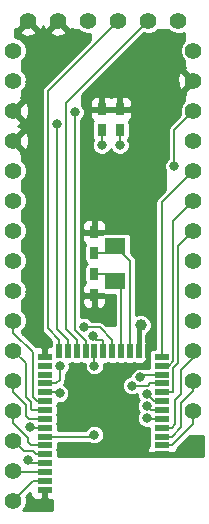
<source format=gtl>
G04 #@! TF.FileFunction,Copper,L1,Top,Signal*
%FSLAX46Y46*%
G04 Gerber Fmt 4.6, Leading zero omitted, Abs format (unit mm)*
G04 Created by KiCad (PCBNEW 4.0.7) date 01/05/18 23:13:41*
%MOMM*%
%LPD*%
G01*
G04 APERTURE LIST*
%ADD10C,0.100000*%
%ADD11C,0.800000*%
%ADD12R,0.500000X1.300000*%
%ADD13R,1.300000X0.500000*%
%ADD14R,1.800000X1.450000*%
%ADD15C,1.400000*%
%ADD16R,0.800000X1.000000*%
%ADD17C,1.000000*%
%ADD18C,0.200000*%
%ADD19C,0.400000*%
%ADD20C,0.254000*%
G04 APERTURE END LIST*
D10*
D11*
X135255000Y-126492000D03*
X133985000Y-124460000D03*
X135255000Y-122174000D03*
X138557000Y-105029000D03*
X135001000Y-104394000D03*
X130302000Y-95377000D03*
X140843000Y-94234000D03*
X133477000Y-93218000D03*
X130429000Y-131064000D03*
X131572000Y-130937000D03*
X134366000Y-119634000D03*
X130302000Y-113157000D03*
X130810000Y-101092000D03*
X130810000Y-98806000D03*
X130810000Y-103378000D03*
X135001000Y-101473000D03*
X135128000Y-98679000D03*
X135890000Y-96139000D03*
X132080000Y-94615000D03*
X130556000Y-92964000D03*
X134874000Y-91694000D03*
X137414000Y-94361000D03*
X138684000Y-102870000D03*
X139446000Y-100330000D03*
X136271000Y-106426000D03*
X138557000Y-107569000D03*
X143129000Y-126619000D03*
X135636000Y-124079000D03*
X136652000Y-120142000D03*
X137922000Y-121793000D03*
X133604000Y-120650000D03*
X144272000Y-125730000D03*
X139065000Y-123317000D03*
X137033000Y-125857000D03*
X133096000Y-126492000D03*
X139954000Y-125095000D03*
X139954000Y-126619000D03*
X139446000Y-92710000D03*
X140589000Y-96647000D03*
X140970000Y-91567000D03*
D12*
X132775000Y-118130000D03*
X133525000Y-118130000D03*
X134275000Y-118130000D03*
X135025000Y-118130000D03*
X135775000Y-118130000D03*
X136525000Y-118130000D03*
X137275000Y-118130000D03*
X138025000Y-118130000D03*
X138775000Y-118130000D03*
X139525000Y-118130000D03*
X140275000Y-118130000D03*
D13*
X141475000Y-118630000D03*
X141475000Y-119380000D03*
X141475000Y-120130000D03*
X141475000Y-120880000D03*
X141475000Y-121630000D03*
X141475000Y-122380000D03*
X141475000Y-123130000D03*
X141475000Y-123880000D03*
X141475000Y-124630000D03*
X141475000Y-125380000D03*
X141475000Y-126130000D03*
X141475000Y-126880000D03*
X131575000Y-118630000D03*
X131575000Y-119380000D03*
X131575000Y-120130000D03*
X131575000Y-120880000D03*
X131575000Y-121630000D03*
X131575000Y-122380000D03*
X131575000Y-123130000D03*
X131575000Y-123880000D03*
X131575000Y-124630000D03*
X131575000Y-125380000D03*
X131575000Y-126130000D03*
X131575000Y-126880000D03*
X131575000Y-127630000D03*
X131575000Y-128380000D03*
X131575000Y-129880000D03*
X131575000Y-129130000D03*
D14*
X137541000Y-109269000D03*
X137541000Y-112219000D03*
D15*
X132715000Y-90170000D03*
X128905000Y-107950000D03*
X128905000Y-105410000D03*
X128905000Y-102870000D03*
X128905000Y-92710000D03*
X128905000Y-95250000D03*
X128905000Y-113030000D03*
X128905000Y-115570000D03*
X128905000Y-118110000D03*
X144145000Y-123190000D03*
X144145000Y-120650000D03*
X144145000Y-115570000D03*
X144145000Y-113030000D03*
X144145000Y-110490000D03*
X128905000Y-123190000D03*
X128905000Y-125730000D03*
X142875000Y-90170000D03*
X128905000Y-97790000D03*
X128905000Y-100330000D03*
X144145000Y-95250000D03*
X130175000Y-90170000D03*
X144145000Y-92710000D03*
X144145000Y-97790000D03*
X137795000Y-90170000D03*
X140335000Y-90170000D03*
X144145000Y-100330000D03*
X135255000Y-90170000D03*
X144145000Y-102870000D03*
X144145000Y-107950000D03*
X128905000Y-110490000D03*
X144145000Y-105410000D03*
X128905000Y-120650000D03*
X144145000Y-118110000D03*
X128905000Y-128270000D03*
X128905000Y-130810000D03*
D16*
X136398000Y-97652000D03*
X136398000Y-99452000D03*
X137922000Y-97652000D03*
X137922000Y-99452000D03*
X135763000Y-111622000D03*
X135763000Y-113422000D03*
X135763000Y-109866000D03*
X135763000Y-108066000D03*
D17*
X139700000Y-115940000D03*
D11*
X140208000Y-123825000D03*
X140208000Y-122809000D03*
X134874000Y-116078000D03*
X135628500Y-116875500D03*
X135775000Y-119382900D03*
X134112000Y-97917000D03*
X132588000Y-98933000D03*
X135763000Y-125222000D03*
X142532100Y-102489000D03*
X132829600Y-121731000D03*
X130302000Y-124587000D03*
X130175000Y-127381000D03*
X132852100Y-119412600D03*
X137922000Y-100711000D03*
X136398000Y-100711000D03*
X139646000Y-120365100D03*
X138924900Y-121065500D03*
X140208000Y-121793000D03*
D18*
X135763000Y-109866000D02*
X136944000Y-109866000D01*
X136944000Y-109866000D02*
X137541000Y-109269000D01*
X138775000Y-118130000D02*
X138775000Y-110503000D01*
X138775000Y-110503000D02*
X137541000Y-109269000D01*
X135763000Y-111622000D02*
X136944000Y-111622000D01*
X136944000Y-111622000D02*
X137541000Y-112219000D01*
X138025000Y-118130000D02*
X138025000Y-112703000D01*
X138025000Y-112703000D02*
X137541000Y-112219000D01*
D19*
X139525000Y-116115000D02*
X139700000Y-115940000D01*
X139525000Y-118130000D02*
X139525000Y-116115000D01*
D18*
X144145000Y-123190000D02*
X144145000Y-124333000D01*
X144145000Y-124333000D02*
X142348000Y-126130000D01*
X142348000Y-126130000D02*
X141475000Y-126130000D01*
X144145000Y-120650000D02*
X144145000Y-121539000D01*
X144145000Y-121539000D02*
X143129000Y-122555000D01*
X143129000Y-122555000D02*
X143129000Y-124587000D01*
X143129000Y-124587000D02*
X142336000Y-125380000D01*
X142336000Y-125380000D02*
X141475000Y-125380000D01*
X140208000Y-123825000D02*
X140263000Y-123880000D01*
X140263000Y-123880000D02*
X141475000Y-123880000D01*
X140208000Y-122809000D02*
X140529000Y-123130000D01*
X140529000Y-123130000D02*
X141475000Y-123130000D01*
X141475000Y-121630000D02*
X142425300Y-121630000D01*
X142425300Y-121630000D02*
X142425300Y-119570500D01*
X142425300Y-119570500D02*
X142825600Y-119170200D01*
X142825600Y-119170200D02*
X142825600Y-109269400D01*
X142825600Y-109269400D02*
X144145000Y-107950000D01*
X134874000Y-116078000D02*
X134928900Y-116132900D01*
X134928900Y-116132900D02*
X136228200Y-116132900D01*
X136228200Y-116132900D02*
X137275000Y-117179700D01*
X137275000Y-117179700D02*
X137275000Y-118130000D01*
X136525000Y-118130000D02*
X136525000Y-117179700D01*
X135932700Y-117179700D02*
X135628500Y-116875500D01*
X136525000Y-117179700D02*
X135932700Y-117179700D01*
X135775000Y-118130000D02*
X135775000Y-119382900D01*
X134112000Y-97917000D02*
X134112000Y-116349400D01*
X134112000Y-116349400D02*
X135025000Y-117262400D01*
X135025000Y-117262400D02*
X135025000Y-118130000D01*
X132588000Y-98933000D02*
X132588000Y-116242700D01*
X132588000Y-116242700D02*
X133525000Y-117179700D01*
X133525000Y-117179700D02*
X133525000Y-118130000D01*
X130817000Y-126880000D02*
X130556000Y-126619000D01*
X131575000Y-126880000D02*
X130817000Y-126880000D01*
X130556000Y-126619000D02*
X129794000Y-126619000D01*
X129794000Y-126619000D02*
X128905000Y-125730000D01*
X128905000Y-123190000D02*
X128905000Y-124206000D01*
X128905000Y-124206000D02*
X130175000Y-125476000D01*
X130175000Y-125476000D02*
X130175000Y-125857000D01*
X130175000Y-125857000D02*
X130448000Y-126130000D01*
X130448000Y-126130000D02*
X131575000Y-126130000D01*
X135763000Y-125222000D02*
X135605000Y-125380000D01*
X135605000Y-125380000D02*
X131575000Y-125380000D01*
X142532100Y-102489000D02*
X142540400Y-102480700D01*
X142540400Y-102480700D02*
X142540400Y-99394600D01*
X142540400Y-99394600D02*
X144145000Y-97790000D01*
X130496000Y-123130000D02*
X131575000Y-123130000D01*
X130405000Y-123039000D02*
X130496000Y-123130000D01*
X130405000Y-122500000D02*
X130405000Y-123039000D01*
X129955000Y-122050000D02*
X130405000Y-122500000D01*
X129955000Y-119160000D02*
X129955000Y-122050000D01*
X128905000Y-118110000D02*
X129955000Y-119160000D01*
X130922000Y-122380000D02*
X131575000Y-122380000D01*
X130556000Y-122014000D02*
X130922000Y-122380000D01*
X130556000Y-118237000D02*
X130556000Y-122014000D01*
X128905000Y-116586000D02*
X130556000Y-118237000D01*
X128905000Y-115570000D02*
X128905000Y-116586000D01*
X131575000Y-121630000D02*
X132525300Y-121630000D01*
X132626300Y-121731000D02*
X132525300Y-121630000D01*
X132829600Y-121731000D02*
X132626300Y-121731000D01*
X131575000Y-124630000D02*
X130345000Y-124630000D01*
X130345000Y-124630000D02*
X130302000Y-124587000D01*
X131575000Y-127630000D02*
X130424000Y-127630000D01*
X130424000Y-127630000D02*
X130175000Y-127381000D01*
X137795000Y-90170000D02*
X131826000Y-96139000D01*
X131826000Y-96139000D02*
X131826000Y-116230700D01*
X131826000Y-116230700D02*
X132775000Y-117179700D01*
X132775000Y-117179700D02*
X132775000Y-118130000D01*
X140335000Y-90170000D02*
X133350000Y-97155000D01*
X133350000Y-97155000D02*
X133350000Y-116254700D01*
X133350000Y-116254700D02*
X134275000Y-117179700D01*
X134275000Y-117179700D02*
X134275000Y-118130000D01*
X144132000Y-102883000D02*
X141475000Y-105540000D01*
X141475000Y-105540000D02*
X141475000Y-118630000D01*
X131575000Y-120880000D02*
X132525300Y-120880000D01*
X132852100Y-120553200D02*
X132852100Y-119412600D01*
X132525300Y-120880000D02*
X132852100Y-120553200D01*
X144145000Y-105410000D02*
X142425300Y-107129700D01*
X142425300Y-107129700D02*
X142425300Y-119004400D01*
X142425300Y-119004400D02*
X142049700Y-119380000D01*
X142049700Y-119380000D02*
X141475000Y-119380000D01*
X130230000Y-123880000D02*
X131575000Y-123880000D01*
X129955000Y-123605000D02*
X130230000Y-123880000D01*
X129955000Y-122686000D02*
X129955000Y-123605000D01*
X128905000Y-121636000D02*
X129955000Y-122686000D01*
X128905000Y-120650000D02*
X128905000Y-121636000D01*
X137922000Y-100711000D02*
X137922000Y-99452000D01*
X136398000Y-100711000D02*
X136398000Y-99452000D01*
X141475000Y-120130000D02*
X139881100Y-120130000D01*
X139881100Y-120130000D02*
X139646000Y-120365100D01*
X141475000Y-120880000D02*
X140524700Y-120880000D01*
X140339200Y-121065500D02*
X138924900Y-121065500D01*
X140524700Y-120880000D02*
X140339200Y-121065500D01*
X144145000Y-118110000D02*
X144145000Y-118745000D01*
X144145000Y-118745000D02*
X143129000Y-119761000D01*
X143129000Y-119761000D02*
X143129000Y-121793000D01*
X143129000Y-121793000D02*
X142621000Y-122301000D01*
X142621000Y-122301000D02*
X142621000Y-124333000D01*
X142621000Y-124333000D02*
X142324000Y-124630000D01*
X142324000Y-124630000D02*
X141475000Y-124630000D01*
X140208000Y-121793000D02*
X140795000Y-122380000D01*
X140795000Y-122380000D02*
X141475000Y-122380000D01*
X131575000Y-128380000D02*
X129015000Y-128380000D01*
X129015000Y-128380000D02*
X128905000Y-128270000D01*
X131575000Y-129130000D02*
X130585000Y-129130000D01*
X130585000Y-129130000D02*
X128905000Y-130810000D01*
D20*
G36*
X131722000Y-130005000D02*
X131702000Y-130005000D01*
X131702000Y-130606250D01*
X131860750Y-130765000D01*
X132198000Y-130765000D01*
X132198000Y-131603000D01*
X129705826Y-131603000D01*
X129859867Y-131449228D01*
X130031804Y-131035158D01*
X130032195Y-130586809D01*
X129985790Y-130474500D01*
X130290000Y-130170290D01*
X130290000Y-130256310D01*
X130386673Y-130489699D01*
X130565302Y-130668327D01*
X130798691Y-130765000D01*
X131289250Y-130765000D01*
X131448000Y-130606250D01*
X131448000Y-130005000D01*
X131428000Y-130005000D01*
X131428000Y-129815365D01*
X131722000Y-129815365D01*
X131722000Y-130005000D01*
X131722000Y-130005000D01*
G37*
X131722000Y-130005000D02*
X131702000Y-130005000D01*
X131702000Y-130606250D01*
X131860750Y-130765000D01*
X132198000Y-130765000D01*
X132198000Y-131603000D01*
X129705826Y-131603000D01*
X129859867Y-131449228D01*
X130031804Y-131035158D01*
X130032195Y-130586809D01*
X129985790Y-130474500D01*
X130290000Y-130170290D01*
X130290000Y-130256310D01*
X130386673Y-130489699D01*
X130565302Y-130668327D01*
X130798691Y-130765000D01*
X131289250Y-130765000D01*
X131448000Y-130606250D01*
X131448000Y-130005000D01*
X131428000Y-130005000D01*
X131428000Y-129815365D01*
X131722000Y-129815365D01*
X131722000Y-130005000D01*
G36*
X142235772Y-91124867D02*
X142649842Y-91296804D01*
X143098191Y-91297195D01*
X143383000Y-91179514D01*
X143383000Y-91878242D01*
X143190133Y-92070772D01*
X143018196Y-92484842D01*
X143017805Y-92933191D01*
X143189019Y-93347560D01*
X143383000Y-93541880D01*
X143383000Y-93980000D01*
X143391685Y-94026159D01*
X143418965Y-94068553D01*
X143448589Y-94088794D01*
X143389331Y-94314725D01*
X144145000Y-95070395D01*
X144159142Y-95056252D01*
X144338748Y-95235858D01*
X144324605Y-95250000D01*
X144338748Y-95264142D01*
X144159142Y-95443748D01*
X144145000Y-95429605D01*
X143389331Y-96185275D01*
X143448655Y-96411457D01*
X143421447Y-96428965D01*
X143393006Y-96470590D01*
X143383000Y-96520000D01*
X143383000Y-96958242D01*
X143190133Y-97150772D01*
X143018196Y-97564842D01*
X143017805Y-98013191D01*
X143064210Y-98125500D01*
X142167755Y-99021955D01*
X142053515Y-99192925D01*
X142017494Y-99374019D01*
X142013400Y-99394600D01*
X142013400Y-101838260D01*
X141831412Y-102019930D01*
X141705244Y-102323778D01*
X141704957Y-102652779D01*
X141735367Y-102726376D01*
X141732000Y-102743000D01*
X141732000Y-104537710D01*
X141102355Y-105167355D01*
X140988115Y-105338325D01*
X140988115Y-105338326D01*
X140948000Y-105540000D01*
X140948000Y-117944635D01*
X140825000Y-117944635D01*
X140666763Y-117974409D01*
X140521433Y-118067927D01*
X140423936Y-118210619D01*
X140389635Y-118380000D01*
X140389635Y-118880000D01*
X140414019Y-119009591D01*
X140389635Y-119130000D01*
X140389635Y-119603000D01*
X139967173Y-119603000D01*
X139811222Y-119538244D01*
X139482221Y-119537957D01*
X139178154Y-119663595D01*
X138945312Y-119896030D01*
X138819144Y-120199878D01*
X138819110Y-120238408D01*
X138761121Y-120238357D01*
X138457054Y-120363995D01*
X138224212Y-120596430D01*
X138098044Y-120900278D01*
X138097757Y-121229279D01*
X138223395Y-121533346D01*
X138455830Y-121766188D01*
X138759678Y-121892356D01*
X139088679Y-121892643D01*
X139381018Y-121771851D01*
X139380857Y-121956779D01*
X139506495Y-122260846D01*
X139546445Y-122300866D01*
X139507312Y-122339930D01*
X139381144Y-122643778D01*
X139380857Y-122972779D01*
X139506495Y-123276846D01*
X139546445Y-123316866D01*
X139507312Y-123355930D01*
X139381144Y-123659778D01*
X139380857Y-123988779D01*
X139506495Y-124292846D01*
X139738930Y-124525688D01*
X140042778Y-124651856D01*
X140371779Y-124652143D01*
X140389635Y-124644765D01*
X140389635Y-124880000D01*
X140414019Y-125009591D01*
X140389635Y-125130000D01*
X140389635Y-125630000D01*
X140414019Y-125759591D01*
X140389635Y-125880000D01*
X140389635Y-126167340D01*
X140286673Y-126270301D01*
X140190000Y-126503690D01*
X140190000Y-126596250D01*
X140348750Y-126755000D01*
X140617473Y-126755000D01*
X140655619Y-126781064D01*
X140825000Y-126815365D01*
X142125000Y-126815365D01*
X142283237Y-126785591D01*
X142330776Y-126755000D01*
X142601250Y-126755000D01*
X142760000Y-126596250D01*
X142760000Y-126503690D01*
X142748167Y-126475123D01*
X143874290Y-125349000D01*
X144938000Y-125349000D01*
X144938000Y-127053000D01*
X142649250Y-127053000D01*
X142601250Y-127005000D01*
X141602000Y-127005000D01*
X141602000Y-127027000D01*
X141348000Y-127027000D01*
X141348000Y-127005000D01*
X140348750Y-127005000D01*
X140300750Y-127053000D01*
X132660365Y-127053000D01*
X132660365Y-126630000D01*
X132635981Y-126500409D01*
X132660365Y-126380000D01*
X132660365Y-125907000D01*
X135278269Y-125907000D01*
X135293930Y-125922688D01*
X135597778Y-126048856D01*
X135926779Y-126049143D01*
X136230846Y-125923505D01*
X136463688Y-125691070D01*
X136589856Y-125387222D01*
X136590143Y-125058221D01*
X136464505Y-124754154D01*
X136232070Y-124521312D01*
X135928222Y-124395144D01*
X135599221Y-124394857D01*
X135295154Y-124520495D01*
X135062312Y-124752930D01*
X135020760Y-124853000D01*
X132660365Y-124853000D01*
X132660365Y-124380000D01*
X132635981Y-124250409D01*
X132660365Y-124130000D01*
X132660365Y-123630000D01*
X132635981Y-123500409D01*
X132660365Y-123380000D01*
X132660365Y-122880000D01*
X132635981Y-122750409D01*
X132660365Y-122630000D01*
X132660365Y-122556190D01*
X132664378Y-122557856D01*
X132993379Y-122558143D01*
X133297446Y-122432505D01*
X133530288Y-122200070D01*
X133656456Y-121896222D01*
X133656743Y-121567221D01*
X133531105Y-121263154D01*
X133298670Y-121030312D01*
X133172619Y-120977971D01*
X133224745Y-120925845D01*
X133338985Y-120754875D01*
X133379100Y-120553200D01*
X133379100Y-120055054D01*
X133552788Y-119881670D01*
X133678956Y-119577822D01*
X133679243Y-119248821D01*
X133665419Y-119215365D01*
X133775000Y-119215365D01*
X133904591Y-119190981D01*
X134025000Y-119215365D01*
X134525000Y-119215365D01*
X134654591Y-119190981D01*
X134775000Y-119215365D01*
X134949104Y-119215365D01*
X134948144Y-119217678D01*
X134947857Y-119546679D01*
X135073495Y-119850746D01*
X135305930Y-120083588D01*
X135609778Y-120209756D01*
X135938779Y-120210043D01*
X136242846Y-120084405D01*
X136475688Y-119851970D01*
X136601856Y-119548122D01*
X136602143Y-119219121D01*
X136600591Y-119215365D01*
X136775000Y-119215365D01*
X136904591Y-119190981D01*
X137025000Y-119215365D01*
X137525000Y-119215365D01*
X137654591Y-119190981D01*
X137775000Y-119215365D01*
X138275000Y-119215365D01*
X138404591Y-119190981D01*
X138525000Y-119215365D01*
X139025000Y-119215365D01*
X139154591Y-119190981D01*
X139275000Y-119215365D01*
X139775000Y-119215365D01*
X139933237Y-119185591D01*
X140078567Y-119092073D01*
X140176064Y-118949381D01*
X140210365Y-118780000D01*
X140210365Y-117480000D01*
X140180591Y-117321763D01*
X140152000Y-117277332D01*
X140152000Y-116756253D01*
X140224417Y-116726331D01*
X140485414Y-116465789D01*
X140626839Y-116125201D01*
X140627161Y-115756417D01*
X140486331Y-115415583D01*
X140225789Y-115154586D01*
X139885201Y-115013161D01*
X139516417Y-115012839D01*
X139302000Y-115101434D01*
X139302000Y-110503000D01*
X139261885Y-110301326D01*
X139259373Y-110297567D01*
X139147646Y-110130355D01*
X138876365Y-109859074D01*
X138876365Y-108544000D01*
X138846591Y-108385763D01*
X138753073Y-108240433D01*
X138610381Y-108142936D01*
X138441000Y-108108635D01*
X136641000Y-108108635D01*
X136482763Y-108138409D01*
X136397927Y-108193000D01*
X135890000Y-108193000D01*
X135890000Y-108213000D01*
X135636000Y-108213000D01*
X135636000Y-108193000D01*
X134886750Y-108193000D01*
X134728000Y-108351750D01*
X134728000Y-108692309D01*
X134824673Y-108925698D01*
X135003301Y-109104327D01*
X135020211Y-109111331D01*
X134961936Y-109196619D01*
X134927635Y-109366000D01*
X134927635Y-110366000D01*
X134957409Y-110524237D01*
X135050927Y-110669567D01*
X135160844Y-110744670D01*
X135059433Y-110809927D01*
X134961936Y-110952619D01*
X134927635Y-111122000D01*
X134927635Y-112122000D01*
X134957409Y-112280237D01*
X135019619Y-112376914D01*
X135003301Y-112383673D01*
X134824673Y-112562302D01*
X134728000Y-112795691D01*
X134728000Y-113136250D01*
X134886750Y-113295000D01*
X135636000Y-113295000D01*
X135636000Y-113275000D01*
X135890000Y-113275000D01*
X135890000Y-113295000D01*
X136398348Y-113295000D01*
X136471619Y-113345064D01*
X136641000Y-113379365D01*
X137498000Y-113379365D01*
X137498000Y-115951000D01*
X136791590Y-115951000D01*
X136600845Y-115760255D01*
X136429875Y-115646015D01*
X136228200Y-115605900D01*
X135571258Y-115605900D01*
X135343070Y-115377312D01*
X135039222Y-115251144D01*
X134710221Y-115250857D01*
X134639000Y-115280285D01*
X134639000Y-113707750D01*
X134728000Y-113707750D01*
X134728000Y-114048309D01*
X134824673Y-114281698D01*
X135003301Y-114460327D01*
X135236690Y-114557000D01*
X135477250Y-114557000D01*
X135636000Y-114398250D01*
X135636000Y-113549000D01*
X135890000Y-113549000D01*
X135890000Y-114398250D01*
X136048750Y-114557000D01*
X136289310Y-114557000D01*
X136522699Y-114460327D01*
X136701327Y-114281698D01*
X136798000Y-114048309D01*
X136798000Y-113707750D01*
X136639250Y-113549000D01*
X135890000Y-113549000D01*
X135636000Y-113549000D01*
X134886750Y-113549000D01*
X134728000Y-113707750D01*
X134639000Y-113707750D01*
X134639000Y-107439691D01*
X134728000Y-107439691D01*
X134728000Y-107780250D01*
X134886750Y-107939000D01*
X135636000Y-107939000D01*
X135636000Y-107089750D01*
X135890000Y-107089750D01*
X135890000Y-107939000D01*
X136639250Y-107939000D01*
X136798000Y-107780250D01*
X136798000Y-107439691D01*
X136701327Y-107206302D01*
X136522699Y-107027673D01*
X136289310Y-106931000D01*
X136048750Y-106931000D01*
X135890000Y-107089750D01*
X135636000Y-107089750D01*
X135477250Y-106931000D01*
X135236690Y-106931000D01*
X135003301Y-107027673D01*
X134824673Y-107206302D01*
X134728000Y-107439691D01*
X134639000Y-107439691D01*
X134639000Y-98559454D01*
X134812688Y-98386070D01*
X134938856Y-98082222D01*
X134938982Y-97937750D01*
X135363000Y-97937750D01*
X135363000Y-98278309D01*
X135459673Y-98511698D01*
X135638301Y-98690327D01*
X135655211Y-98697331D01*
X135596936Y-98782619D01*
X135562635Y-98952000D01*
X135562635Y-99952000D01*
X135592409Y-100110237D01*
X135685927Y-100255567D01*
X135690385Y-100258613D01*
X135571144Y-100545778D01*
X135570857Y-100874779D01*
X135696495Y-101178846D01*
X135928930Y-101411688D01*
X136232778Y-101537856D01*
X136561779Y-101538143D01*
X136865846Y-101412505D01*
X137098688Y-101180070D01*
X137159995Y-101032425D01*
X137220495Y-101178846D01*
X137452930Y-101411688D01*
X137756778Y-101537856D01*
X138085779Y-101538143D01*
X138389846Y-101412505D01*
X138622688Y-101180070D01*
X138748856Y-100876222D01*
X138749143Y-100547221D01*
X138629668Y-100258070D01*
X138723064Y-100121381D01*
X138757365Y-99952000D01*
X138757365Y-98952000D01*
X138727591Y-98793763D01*
X138665381Y-98697086D01*
X138681699Y-98690327D01*
X138860327Y-98511698D01*
X138957000Y-98278309D01*
X138957000Y-97937750D01*
X138798250Y-97779000D01*
X138049000Y-97779000D01*
X138049000Y-97799000D01*
X137795000Y-97799000D01*
X137795000Y-97779000D01*
X136525000Y-97779000D01*
X136525000Y-97799000D01*
X136271000Y-97799000D01*
X136271000Y-97779000D01*
X135521750Y-97779000D01*
X135363000Y-97937750D01*
X134938982Y-97937750D01*
X134939143Y-97753221D01*
X134813505Y-97449154D01*
X134747000Y-97382533D01*
X134747000Y-97025691D01*
X135363000Y-97025691D01*
X135363000Y-97366250D01*
X135521750Y-97525000D01*
X136271000Y-97525000D01*
X136271000Y-96675750D01*
X136525000Y-96675750D01*
X136525000Y-97525000D01*
X137795000Y-97525000D01*
X137795000Y-96675750D01*
X138049000Y-96675750D01*
X138049000Y-97525000D01*
X138798250Y-97525000D01*
X138957000Y-97366250D01*
X138957000Y-97025691D01*
X138860327Y-96792302D01*
X138681699Y-96613673D01*
X138448310Y-96517000D01*
X138207750Y-96517000D01*
X138049000Y-96675750D01*
X137795000Y-96675750D01*
X137636250Y-96517000D01*
X137395690Y-96517000D01*
X137162301Y-96613673D01*
X137160000Y-96615974D01*
X137157699Y-96613673D01*
X136924310Y-96517000D01*
X136683750Y-96517000D01*
X136525000Y-96675750D01*
X136271000Y-96675750D01*
X136112250Y-96517000D01*
X135871690Y-96517000D01*
X135638301Y-96613673D01*
X135459673Y-96792302D01*
X135363000Y-97025691D01*
X134747000Y-97025691D01*
X134747000Y-96503290D01*
X136193168Y-95057122D01*
X142797581Y-95057122D01*
X142826336Y-95587440D01*
X142973958Y-95943831D01*
X143209725Y-96005669D01*
X143965395Y-95250000D01*
X143209725Y-94494331D01*
X142973958Y-94556169D01*
X142797581Y-95057122D01*
X136193168Y-95057122D01*
X139999362Y-91250928D01*
X140109842Y-91296804D01*
X140558191Y-91297195D01*
X140972560Y-91125981D01*
X141166880Y-90932000D01*
X142043242Y-90932000D01*
X142235772Y-91124867D01*
X142235772Y-91124867D01*
G37*
X142235772Y-91124867D02*
X142649842Y-91296804D01*
X143098191Y-91297195D01*
X143383000Y-91179514D01*
X143383000Y-91878242D01*
X143190133Y-92070772D01*
X143018196Y-92484842D01*
X143017805Y-92933191D01*
X143189019Y-93347560D01*
X143383000Y-93541880D01*
X143383000Y-93980000D01*
X143391685Y-94026159D01*
X143418965Y-94068553D01*
X143448589Y-94088794D01*
X143389331Y-94314725D01*
X144145000Y-95070395D01*
X144159142Y-95056252D01*
X144338748Y-95235858D01*
X144324605Y-95250000D01*
X144338748Y-95264142D01*
X144159142Y-95443748D01*
X144145000Y-95429605D01*
X143389331Y-96185275D01*
X143448655Y-96411457D01*
X143421447Y-96428965D01*
X143393006Y-96470590D01*
X143383000Y-96520000D01*
X143383000Y-96958242D01*
X143190133Y-97150772D01*
X143018196Y-97564842D01*
X143017805Y-98013191D01*
X143064210Y-98125500D01*
X142167755Y-99021955D01*
X142053515Y-99192925D01*
X142017494Y-99374019D01*
X142013400Y-99394600D01*
X142013400Y-101838260D01*
X141831412Y-102019930D01*
X141705244Y-102323778D01*
X141704957Y-102652779D01*
X141735367Y-102726376D01*
X141732000Y-102743000D01*
X141732000Y-104537710D01*
X141102355Y-105167355D01*
X140988115Y-105338325D01*
X140988115Y-105338326D01*
X140948000Y-105540000D01*
X140948000Y-117944635D01*
X140825000Y-117944635D01*
X140666763Y-117974409D01*
X140521433Y-118067927D01*
X140423936Y-118210619D01*
X140389635Y-118380000D01*
X140389635Y-118880000D01*
X140414019Y-119009591D01*
X140389635Y-119130000D01*
X140389635Y-119603000D01*
X139967173Y-119603000D01*
X139811222Y-119538244D01*
X139482221Y-119537957D01*
X139178154Y-119663595D01*
X138945312Y-119896030D01*
X138819144Y-120199878D01*
X138819110Y-120238408D01*
X138761121Y-120238357D01*
X138457054Y-120363995D01*
X138224212Y-120596430D01*
X138098044Y-120900278D01*
X138097757Y-121229279D01*
X138223395Y-121533346D01*
X138455830Y-121766188D01*
X138759678Y-121892356D01*
X139088679Y-121892643D01*
X139381018Y-121771851D01*
X139380857Y-121956779D01*
X139506495Y-122260846D01*
X139546445Y-122300866D01*
X139507312Y-122339930D01*
X139381144Y-122643778D01*
X139380857Y-122972779D01*
X139506495Y-123276846D01*
X139546445Y-123316866D01*
X139507312Y-123355930D01*
X139381144Y-123659778D01*
X139380857Y-123988779D01*
X139506495Y-124292846D01*
X139738930Y-124525688D01*
X140042778Y-124651856D01*
X140371779Y-124652143D01*
X140389635Y-124644765D01*
X140389635Y-124880000D01*
X140414019Y-125009591D01*
X140389635Y-125130000D01*
X140389635Y-125630000D01*
X140414019Y-125759591D01*
X140389635Y-125880000D01*
X140389635Y-126167340D01*
X140286673Y-126270301D01*
X140190000Y-126503690D01*
X140190000Y-126596250D01*
X140348750Y-126755000D01*
X140617473Y-126755000D01*
X140655619Y-126781064D01*
X140825000Y-126815365D01*
X142125000Y-126815365D01*
X142283237Y-126785591D01*
X142330776Y-126755000D01*
X142601250Y-126755000D01*
X142760000Y-126596250D01*
X142760000Y-126503690D01*
X142748167Y-126475123D01*
X143874290Y-125349000D01*
X144938000Y-125349000D01*
X144938000Y-127053000D01*
X142649250Y-127053000D01*
X142601250Y-127005000D01*
X141602000Y-127005000D01*
X141602000Y-127027000D01*
X141348000Y-127027000D01*
X141348000Y-127005000D01*
X140348750Y-127005000D01*
X140300750Y-127053000D01*
X132660365Y-127053000D01*
X132660365Y-126630000D01*
X132635981Y-126500409D01*
X132660365Y-126380000D01*
X132660365Y-125907000D01*
X135278269Y-125907000D01*
X135293930Y-125922688D01*
X135597778Y-126048856D01*
X135926779Y-126049143D01*
X136230846Y-125923505D01*
X136463688Y-125691070D01*
X136589856Y-125387222D01*
X136590143Y-125058221D01*
X136464505Y-124754154D01*
X136232070Y-124521312D01*
X135928222Y-124395144D01*
X135599221Y-124394857D01*
X135295154Y-124520495D01*
X135062312Y-124752930D01*
X135020760Y-124853000D01*
X132660365Y-124853000D01*
X132660365Y-124380000D01*
X132635981Y-124250409D01*
X132660365Y-124130000D01*
X132660365Y-123630000D01*
X132635981Y-123500409D01*
X132660365Y-123380000D01*
X132660365Y-122880000D01*
X132635981Y-122750409D01*
X132660365Y-122630000D01*
X132660365Y-122556190D01*
X132664378Y-122557856D01*
X132993379Y-122558143D01*
X133297446Y-122432505D01*
X133530288Y-122200070D01*
X133656456Y-121896222D01*
X133656743Y-121567221D01*
X133531105Y-121263154D01*
X133298670Y-121030312D01*
X133172619Y-120977971D01*
X133224745Y-120925845D01*
X133338985Y-120754875D01*
X133379100Y-120553200D01*
X133379100Y-120055054D01*
X133552788Y-119881670D01*
X133678956Y-119577822D01*
X133679243Y-119248821D01*
X133665419Y-119215365D01*
X133775000Y-119215365D01*
X133904591Y-119190981D01*
X134025000Y-119215365D01*
X134525000Y-119215365D01*
X134654591Y-119190981D01*
X134775000Y-119215365D01*
X134949104Y-119215365D01*
X134948144Y-119217678D01*
X134947857Y-119546679D01*
X135073495Y-119850746D01*
X135305930Y-120083588D01*
X135609778Y-120209756D01*
X135938779Y-120210043D01*
X136242846Y-120084405D01*
X136475688Y-119851970D01*
X136601856Y-119548122D01*
X136602143Y-119219121D01*
X136600591Y-119215365D01*
X136775000Y-119215365D01*
X136904591Y-119190981D01*
X137025000Y-119215365D01*
X137525000Y-119215365D01*
X137654591Y-119190981D01*
X137775000Y-119215365D01*
X138275000Y-119215365D01*
X138404591Y-119190981D01*
X138525000Y-119215365D01*
X139025000Y-119215365D01*
X139154591Y-119190981D01*
X139275000Y-119215365D01*
X139775000Y-119215365D01*
X139933237Y-119185591D01*
X140078567Y-119092073D01*
X140176064Y-118949381D01*
X140210365Y-118780000D01*
X140210365Y-117480000D01*
X140180591Y-117321763D01*
X140152000Y-117277332D01*
X140152000Y-116756253D01*
X140224417Y-116726331D01*
X140485414Y-116465789D01*
X140626839Y-116125201D01*
X140627161Y-115756417D01*
X140486331Y-115415583D01*
X140225789Y-115154586D01*
X139885201Y-115013161D01*
X139516417Y-115012839D01*
X139302000Y-115101434D01*
X139302000Y-110503000D01*
X139261885Y-110301326D01*
X139259373Y-110297567D01*
X139147646Y-110130355D01*
X138876365Y-109859074D01*
X138876365Y-108544000D01*
X138846591Y-108385763D01*
X138753073Y-108240433D01*
X138610381Y-108142936D01*
X138441000Y-108108635D01*
X136641000Y-108108635D01*
X136482763Y-108138409D01*
X136397927Y-108193000D01*
X135890000Y-108193000D01*
X135890000Y-108213000D01*
X135636000Y-108213000D01*
X135636000Y-108193000D01*
X134886750Y-108193000D01*
X134728000Y-108351750D01*
X134728000Y-108692309D01*
X134824673Y-108925698D01*
X135003301Y-109104327D01*
X135020211Y-109111331D01*
X134961936Y-109196619D01*
X134927635Y-109366000D01*
X134927635Y-110366000D01*
X134957409Y-110524237D01*
X135050927Y-110669567D01*
X135160844Y-110744670D01*
X135059433Y-110809927D01*
X134961936Y-110952619D01*
X134927635Y-111122000D01*
X134927635Y-112122000D01*
X134957409Y-112280237D01*
X135019619Y-112376914D01*
X135003301Y-112383673D01*
X134824673Y-112562302D01*
X134728000Y-112795691D01*
X134728000Y-113136250D01*
X134886750Y-113295000D01*
X135636000Y-113295000D01*
X135636000Y-113275000D01*
X135890000Y-113275000D01*
X135890000Y-113295000D01*
X136398348Y-113295000D01*
X136471619Y-113345064D01*
X136641000Y-113379365D01*
X137498000Y-113379365D01*
X137498000Y-115951000D01*
X136791590Y-115951000D01*
X136600845Y-115760255D01*
X136429875Y-115646015D01*
X136228200Y-115605900D01*
X135571258Y-115605900D01*
X135343070Y-115377312D01*
X135039222Y-115251144D01*
X134710221Y-115250857D01*
X134639000Y-115280285D01*
X134639000Y-113707750D01*
X134728000Y-113707750D01*
X134728000Y-114048309D01*
X134824673Y-114281698D01*
X135003301Y-114460327D01*
X135236690Y-114557000D01*
X135477250Y-114557000D01*
X135636000Y-114398250D01*
X135636000Y-113549000D01*
X135890000Y-113549000D01*
X135890000Y-114398250D01*
X136048750Y-114557000D01*
X136289310Y-114557000D01*
X136522699Y-114460327D01*
X136701327Y-114281698D01*
X136798000Y-114048309D01*
X136798000Y-113707750D01*
X136639250Y-113549000D01*
X135890000Y-113549000D01*
X135636000Y-113549000D01*
X134886750Y-113549000D01*
X134728000Y-113707750D01*
X134639000Y-113707750D01*
X134639000Y-107439691D01*
X134728000Y-107439691D01*
X134728000Y-107780250D01*
X134886750Y-107939000D01*
X135636000Y-107939000D01*
X135636000Y-107089750D01*
X135890000Y-107089750D01*
X135890000Y-107939000D01*
X136639250Y-107939000D01*
X136798000Y-107780250D01*
X136798000Y-107439691D01*
X136701327Y-107206302D01*
X136522699Y-107027673D01*
X136289310Y-106931000D01*
X136048750Y-106931000D01*
X135890000Y-107089750D01*
X135636000Y-107089750D01*
X135477250Y-106931000D01*
X135236690Y-106931000D01*
X135003301Y-107027673D01*
X134824673Y-107206302D01*
X134728000Y-107439691D01*
X134639000Y-107439691D01*
X134639000Y-98559454D01*
X134812688Y-98386070D01*
X134938856Y-98082222D01*
X134938982Y-97937750D01*
X135363000Y-97937750D01*
X135363000Y-98278309D01*
X135459673Y-98511698D01*
X135638301Y-98690327D01*
X135655211Y-98697331D01*
X135596936Y-98782619D01*
X135562635Y-98952000D01*
X135562635Y-99952000D01*
X135592409Y-100110237D01*
X135685927Y-100255567D01*
X135690385Y-100258613D01*
X135571144Y-100545778D01*
X135570857Y-100874779D01*
X135696495Y-101178846D01*
X135928930Y-101411688D01*
X136232778Y-101537856D01*
X136561779Y-101538143D01*
X136865846Y-101412505D01*
X137098688Y-101180070D01*
X137159995Y-101032425D01*
X137220495Y-101178846D01*
X137452930Y-101411688D01*
X137756778Y-101537856D01*
X138085779Y-101538143D01*
X138389846Y-101412505D01*
X138622688Y-101180070D01*
X138748856Y-100876222D01*
X138749143Y-100547221D01*
X138629668Y-100258070D01*
X138723064Y-100121381D01*
X138757365Y-99952000D01*
X138757365Y-98952000D01*
X138727591Y-98793763D01*
X138665381Y-98697086D01*
X138681699Y-98690327D01*
X138860327Y-98511698D01*
X138957000Y-98278309D01*
X138957000Y-97937750D01*
X138798250Y-97779000D01*
X138049000Y-97779000D01*
X138049000Y-97799000D01*
X137795000Y-97799000D01*
X137795000Y-97779000D01*
X136525000Y-97779000D01*
X136525000Y-97799000D01*
X136271000Y-97799000D01*
X136271000Y-97779000D01*
X135521750Y-97779000D01*
X135363000Y-97937750D01*
X134938982Y-97937750D01*
X134939143Y-97753221D01*
X134813505Y-97449154D01*
X134747000Y-97382533D01*
X134747000Y-97025691D01*
X135363000Y-97025691D01*
X135363000Y-97366250D01*
X135521750Y-97525000D01*
X136271000Y-97525000D01*
X136271000Y-96675750D01*
X136525000Y-96675750D01*
X136525000Y-97525000D01*
X137795000Y-97525000D01*
X137795000Y-96675750D01*
X138049000Y-96675750D01*
X138049000Y-97525000D01*
X138798250Y-97525000D01*
X138957000Y-97366250D01*
X138957000Y-97025691D01*
X138860327Y-96792302D01*
X138681699Y-96613673D01*
X138448310Y-96517000D01*
X138207750Y-96517000D01*
X138049000Y-96675750D01*
X137795000Y-96675750D01*
X137636250Y-96517000D01*
X137395690Y-96517000D01*
X137162301Y-96613673D01*
X137160000Y-96615974D01*
X137157699Y-96613673D01*
X136924310Y-96517000D01*
X136683750Y-96517000D01*
X136525000Y-96675750D01*
X136271000Y-96675750D01*
X136112250Y-96517000D01*
X135871690Y-96517000D01*
X135638301Y-96613673D01*
X135459673Y-96792302D01*
X135363000Y-97025691D01*
X134747000Y-97025691D01*
X134747000Y-96503290D01*
X136193168Y-95057122D01*
X142797581Y-95057122D01*
X142826336Y-95587440D01*
X142973958Y-95943831D01*
X143209725Y-96005669D01*
X143965395Y-95250000D01*
X143209725Y-94494331D01*
X142973958Y-94556169D01*
X142797581Y-95057122D01*
X136193168Y-95057122D01*
X139999362Y-91250928D01*
X140109842Y-91296804D01*
X140558191Y-91297195D01*
X140972560Y-91125981D01*
X141166880Y-90932000D01*
X142043242Y-90932000D01*
X142235772Y-91124867D01*
G36*
X132908748Y-90155858D02*
X132894605Y-90170000D01*
X133650275Y-90925669D01*
X133876457Y-90866345D01*
X133893965Y-90893553D01*
X133935590Y-90921994D01*
X133985000Y-90932000D01*
X134423242Y-90932000D01*
X134615772Y-91124867D01*
X135029842Y-91296804D01*
X135382000Y-91297111D01*
X135382000Y-91837710D01*
X131453355Y-95766355D01*
X131339115Y-95937325D01*
X131322534Y-96020685D01*
X131299000Y-96139000D01*
X131299000Y-116230700D01*
X131339115Y-116432375D01*
X131453355Y-116603345D01*
X132138830Y-117288821D01*
X132123936Y-117310619D01*
X132089635Y-117480000D01*
X132089635Y-117745000D01*
X131860750Y-117745000D01*
X131702000Y-117903750D01*
X131702000Y-118505000D01*
X131722000Y-118505000D01*
X131722000Y-118694635D01*
X131428000Y-118694635D01*
X131428000Y-118505000D01*
X131448000Y-118505000D01*
X131448000Y-117903750D01*
X131289250Y-117745000D01*
X130809291Y-117745000D01*
X129667000Y-116602710D01*
X129667000Y-116401758D01*
X129859867Y-116209228D01*
X130031804Y-115795158D01*
X130032195Y-115346809D01*
X129860981Y-114932440D01*
X129667000Y-114738120D01*
X129667000Y-113861758D01*
X129859867Y-113669228D01*
X130031804Y-113255158D01*
X130032195Y-112806809D01*
X129860981Y-112392440D01*
X129667000Y-112198120D01*
X129667000Y-111321758D01*
X129859867Y-111129228D01*
X130031804Y-110715158D01*
X130032195Y-110266809D01*
X129860981Y-109852440D01*
X129667000Y-109658120D01*
X129667000Y-108781758D01*
X129859867Y-108589228D01*
X130031804Y-108175158D01*
X130032195Y-107726809D01*
X129860981Y-107312440D01*
X129667000Y-107118120D01*
X129667000Y-106241758D01*
X129859867Y-106049228D01*
X130031804Y-105635158D01*
X130032195Y-105186809D01*
X129860981Y-104772440D01*
X129667000Y-104578120D01*
X129667000Y-103701758D01*
X129859867Y-103509228D01*
X130031804Y-103095158D01*
X130032195Y-102646809D01*
X129860981Y-102232440D01*
X129667000Y-102038120D01*
X129667000Y-101600000D01*
X129658315Y-101553841D01*
X129631035Y-101511447D01*
X129601411Y-101491206D01*
X129660669Y-101265275D01*
X128905000Y-100509605D01*
X128890858Y-100523748D01*
X128711252Y-100344142D01*
X128725395Y-100330000D01*
X129084605Y-100330000D01*
X129840275Y-101085669D01*
X130076042Y-101023831D01*
X130252419Y-100522878D01*
X130223664Y-99992560D01*
X130076042Y-99636169D01*
X129840275Y-99574331D01*
X129084605Y-100330000D01*
X128725395Y-100330000D01*
X128711252Y-100315858D01*
X128890858Y-100136252D01*
X128905000Y-100150395D01*
X129660669Y-99394725D01*
X129598831Y-99158958D01*
X129340555Y-99068023D01*
X129598831Y-98961042D01*
X129660669Y-98725275D01*
X128905000Y-97969605D01*
X128890858Y-97983748D01*
X128711252Y-97804142D01*
X128725395Y-97790000D01*
X129084605Y-97790000D01*
X129840275Y-98545669D01*
X130076042Y-98483831D01*
X130252419Y-97982878D01*
X130223664Y-97452560D01*
X130076042Y-97096169D01*
X129840275Y-97034331D01*
X129084605Y-97790000D01*
X128725395Y-97790000D01*
X128711252Y-97775858D01*
X128890858Y-97596252D01*
X128905000Y-97610395D01*
X129660669Y-96854725D01*
X129601345Y-96628543D01*
X129628553Y-96611035D01*
X129656994Y-96569410D01*
X129667000Y-96520000D01*
X129667000Y-96081758D01*
X129859867Y-95889228D01*
X130031804Y-95475158D01*
X130032195Y-95026809D01*
X129860981Y-94612440D01*
X129667000Y-94418120D01*
X129667000Y-93541758D01*
X129859867Y-93349228D01*
X130031804Y-92935158D01*
X130032195Y-92486809D01*
X129860981Y-92072440D01*
X129544228Y-91755133D01*
X129130158Y-91583196D01*
X129032000Y-91583110D01*
X129032000Y-91105275D01*
X129419331Y-91105275D01*
X129481169Y-91341042D01*
X129982122Y-91517419D01*
X130512440Y-91488664D01*
X130868831Y-91341042D01*
X130930669Y-91105275D01*
X131959331Y-91105275D01*
X132021169Y-91341042D01*
X132522122Y-91517419D01*
X133052440Y-91488664D01*
X133408831Y-91341042D01*
X133470669Y-91105275D01*
X132715000Y-90349605D01*
X131959331Y-91105275D01*
X130930669Y-91105275D01*
X130175000Y-90349605D01*
X129419331Y-91105275D01*
X129032000Y-91105275D01*
X129032000Y-90871186D01*
X129239725Y-90925669D01*
X129995395Y-90170000D01*
X129981252Y-90155858D01*
X130160858Y-89976252D01*
X130175000Y-89990395D01*
X130189142Y-89976252D01*
X130368748Y-90155858D01*
X130354605Y-90170000D01*
X131110275Y-90925669D01*
X131346042Y-90863831D01*
X131436977Y-90605555D01*
X131543958Y-90863831D01*
X131779725Y-90925669D01*
X132535395Y-90170000D01*
X132521252Y-90155858D01*
X132700858Y-89976252D01*
X132715000Y-89990395D01*
X132729142Y-89976252D01*
X132908748Y-90155858D01*
X132908748Y-90155858D01*
G37*
X132908748Y-90155858D02*
X132894605Y-90170000D01*
X133650275Y-90925669D01*
X133876457Y-90866345D01*
X133893965Y-90893553D01*
X133935590Y-90921994D01*
X133985000Y-90932000D01*
X134423242Y-90932000D01*
X134615772Y-91124867D01*
X135029842Y-91296804D01*
X135382000Y-91297111D01*
X135382000Y-91837710D01*
X131453355Y-95766355D01*
X131339115Y-95937325D01*
X131322534Y-96020685D01*
X131299000Y-96139000D01*
X131299000Y-116230700D01*
X131339115Y-116432375D01*
X131453355Y-116603345D01*
X132138830Y-117288821D01*
X132123936Y-117310619D01*
X132089635Y-117480000D01*
X132089635Y-117745000D01*
X131860750Y-117745000D01*
X131702000Y-117903750D01*
X131702000Y-118505000D01*
X131722000Y-118505000D01*
X131722000Y-118694635D01*
X131428000Y-118694635D01*
X131428000Y-118505000D01*
X131448000Y-118505000D01*
X131448000Y-117903750D01*
X131289250Y-117745000D01*
X130809291Y-117745000D01*
X129667000Y-116602710D01*
X129667000Y-116401758D01*
X129859867Y-116209228D01*
X130031804Y-115795158D01*
X130032195Y-115346809D01*
X129860981Y-114932440D01*
X129667000Y-114738120D01*
X129667000Y-113861758D01*
X129859867Y-113669228D01*
X130031804Y-113255158D01*
X130032195Y-112806809D01*
X129860981Y-112392440D01*
X129667000Y-112198120D01*
X129667000Y-111321758D01*
X129859867Y-111129228D01*
X130031804Y-110715158D01*
X130032195Y-110266809D01*
X129860981Y-109852440D01*
X129667000Y-109658120D01*
X129667000Y-108781758D01*
X129859867Y-108589228D01*
X130031804Y-108175158D01*
X130032195Y-107726809D01*
X129860981Y-107312440D01*
X129667000Y-107118120D01*
X129667000Y-106241758D01*
X129859867Y-106049228D01*
X130031804Y-105635158D01*
X130032195Y-105186809D01*
X129860981Y-104772440D01*
X129667000Y-104578120D01*
X129667000Y-103701758D01*
X129859867Y-103509228D01*
X130031804Y-103095158D01*
X130032195Y-102646809D01*
X129860981Y-102232440D01*
X129667000Y-102038120D01*
X129667000Y-101600000D01*
X129658315Y-101553841D01*
X129631035Y-101511447D01*
X129601411Y-101491206D01*
X129660669Y-101265275D01*
X128905000Y-100509605D01*
X128890858Y-100523748D01*
X128711252Y-100344142D01*
X128725395Y-100330000D01*
X129084605Y-100330000D01*
X129840275Y-101085669D01*
X130076042Y-101023831D01*
X130252419Y-100522878D01*
X130223664Y-99992560D01*
X130076042Y-99636169D01*
X129840275Y-99574331D01*
X129084605Y-100330000D01*
X128725395Y-100330000D01*
X128711252Y-100315858D01*
X128890858Y-100136252D01*
X128905000Y-100150395D01*
X129660669Y-99394725D01*
X129598831Y-99158958D01*
X129340555Y-99068023D01*
X129598831Y-98961042D01*
X129660669Y-98725275D01*
X128905000Y-97969605D01*
X128890858Y-97983748D01*
X128711252Y-97804142D01*
X128725395Y-97790000D01*
X129084605Y-97790000D01*
X129840275Y-98545669D01*
X130076042Y-98483831D01*
X130252419Y-97982878D01*
X130223664Y-97452560D01*
X130076042Y-97096169D01*
X129840275Y-97034331D01*
X129084605Y-97790000D01*
X128725395Y-97790000D01*
X128711252Y-97775858D01*
X128890858Y-97596252D01*
X128905000Y-97610395D01*
X129660669Y-96854725D01*
X129601345Y-96628543D01*
X129628553Y-96611035D01*
X129656994Y-96569410D01*
X129667000Y-96520000D01*
X129667000Y-96081758D01*
X129859867Y-95889228D01*
X130031804Y-95475158D01*
X130032195Y-95026809D01*
X129860981Y-94612440D01*
X129667000Y-94418120D01*
X129667000Y-93541758D01*
X129859867Y-93349228D01*
X130031804Y-92935158D01*
X130032195Y-92486809D01*
X129860981Y-92072440D01*
X129544228Y-91755133D01*
X129130158Y-91583196D01*
X129032000Y-91583110D01*
X129032000Y-91105275D01*
X129419331Y-91105275D01*
X129481169Y-91341042D01*
X129982122Y-91517419D01*
X130512440Y-91488664D01*
X130868831Y-91341042D01*
X130930669Y-91105275D01*
X131959331Y-91105275D01*
X132021169Y-91341042D01*
X132522122Y-91517419D01*
X133052440Y-91488664D01*
X133408831Y-91341042D01*
X133470669Y-91105275D01*
X132715000Y-90349605D01*
X131959331Y-91105275D01*
X130930669Y-91105275D01*
X130175000Y-90349605D01*
X129419331Y-91105275D01*
X129032000Y-91105275D01*
X129032000Y-90871186D01*
X129239725Y-90925669D01*
X129995395Y-90170000D01*
X129981252Y-90155858D01*
X130160858Y-89976252D01*
X130175000Y-89990395D01*
X130189142Y-89976252D01*
X130368748Y-90155858D01*
X130354605Y-90170000D01*
X131110275Y-90925669D01*
X131346042Y-90863831D01*
X131436977Y-90605555D01*
X131543958Y-90863831D01*
X131779725Y-90925669D01*
X132535395Y-90170000D01*
X132521252Y-90155858D01*
X132700858Y-89976252D01*
X132715000Y-89990395D01*
X132729142Y-89976252D01*
X132908748Y-90155858D01*
M02*

</source>
